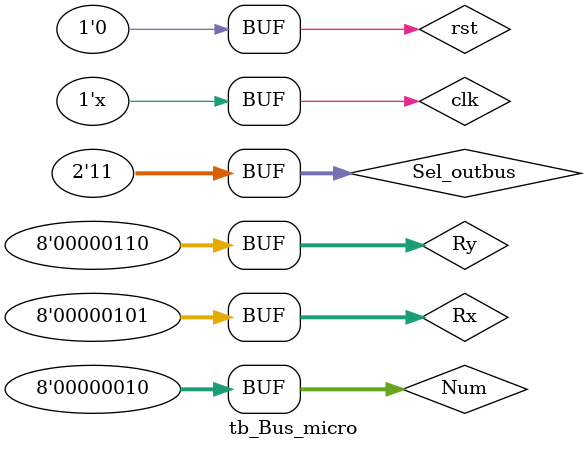
<source format=v>
`timescale 1ns / 1ps


module tb_Bus_micro;
     reg [1:0] Sel_outbus;
     reg [7:0] Rx;
     reg [7:0] Ry;
     reg [7:0] Num;
     wire [7:0] o_salida_datos;
     wire [7:0] o_direccion_datos;
     wire RW;
     reg rst;
     reg clk
     ;
     
     Bus_micro uut 
        (
         .Sel_outbus(Sel_outbus),
         .Rx(Rx),
         .Ry(Ry),
         .Num(Num),
         .o_salida_datos(o_salida_datos),
         .o_direccion_datos(o_direccion_datos),
         .RW(RW),
         .rst(rst),
         .clk(clk)
         );
         
         initial
            begin
                Sel_outbus = 0;
                Rx = 0;         
                Ry = 0;        
                Num = 0;
                rst = 1;
                clk = 0;
                
                #2 rst = 0; Rx = 8'd5; Ry = 8'd6; Num = 8'd2; Sel_outbus = 0;
                #2 Sel_outbus = 2'b01;
                #2 Sel_outbus = 2'b10;
                #2 Sel_outbus = 2'b11;
            end
            
        always
            #1 clk = !clk;       
endmodule

</source>
